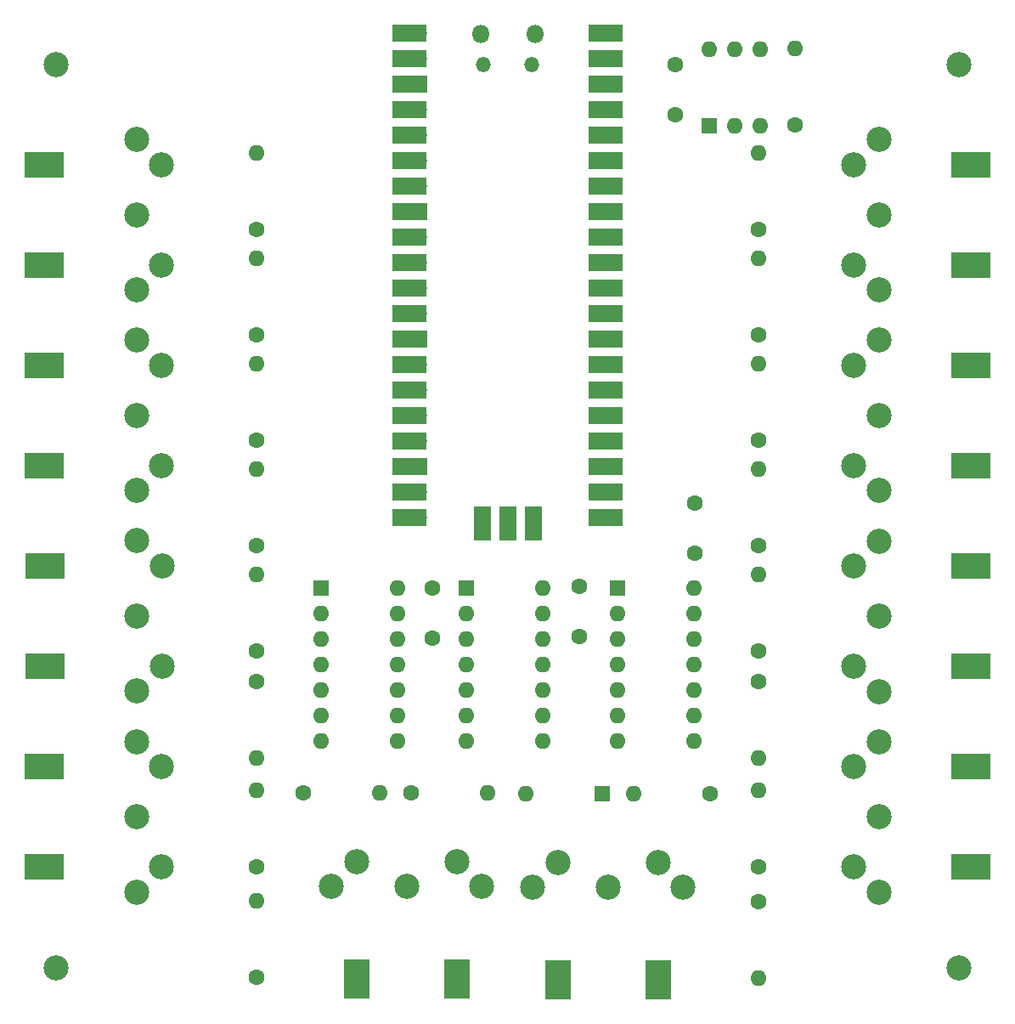
<source format=gbr>
%TF.GenerationSoftware,KiCad,Pcbnew,(6.0.5)*%
%TF.CreationDate,2022-08-29T14:43:18+01:00*%
%TF.ProjectId,PicoMIDISplitter,5069636f-4d49-4444-9953-706c69747465,rev?*%
%TF.SameCoordinates,Original*%
%TF.FileFunction,Soldermask,Top*%
%TF.FilePolarity,Negative*%
%FSLAX46Y46*%
G04 Gerber Fmt 4.6, Leading zero omitted, Abs format (unit mm)*
G04 Created by KiCad (PCBNEW (6.0.5)) date 2022-08-29 14:43:18*
%MOMM*%
%LPD*%
G01*
G04 APERTURE LIST*
%ADD10R,1.600000X1.600000*%
%ADD11O,1.600000X1.600000*%
%ADD12C,1.600000*%
%ADD13O,1.800000X1.800000*%
%ADD14O,1.500000X1.500000*%
%ADD15O,1.700000X1.700000*%
%ADD16R,3.500000X1.700000*%
%ADD17R,1.700000X1.700000*%
%ADD18R,1.700000X3.500000*%
%ADD19C,2.499360*%
%ADD20R,2.500000X4.000000*%
%ADD21C,2.500000*%
%ADD22R,4.000000X2.500000*%
G04 APERTURE END LIST*
D10*
%TO.C,U5*%
X120106200Y-51171000D03*
D11*
X122646200Y-51171000D03*
X125186200Y-51171000D03*
X125186200Y-43551000D03*
X122646200Y-43551000D03*
X120106200Y-43551000D03*
%TD*%
D12*
%TO.C,R20*%
X128625600Y-51079400D03*
D11*
X128625600Y-43459400D03*
%TD*%
D12*
%TO.C,R19*%
X120142000Y-117678200D03*
D11*
X112522000Y-117678200D03*
%TD*%
%TO.C,U3*%
X118526400Y-97200800D03*
X118526400Y-99740800D03*
X118526400Y-102280800D03*
X118526400Y-104820800D03*
X118526400Y-107360800D03*
X118526400Y-109900800D03*
X118526400Y-112440800D03*
X110906400Y-112440800D03*
X110906400Y-109900800D03*
X110906400Y-107360800D03*
X110906400Y-104820800D03*
X110906400Y-102280800D03*
X110906400Y-99740800D03*
D10*
X110906400Y-97200800D03*
%TD*%
%TO.C,U2*%
X95895000Y-97200800D03*
D11*
X95895000Y-99740800D03*
X95895000Y-102280800D03*
X95895000Y-104820800D03*
X95895000Y-107360800D03*
X95895000Y-109900800D03*
X95895000Y-112440800D03*
X103515000Y-112440800D03*
X103515000Y-109900800D03*
X103515000Y-107360800D03*
X103515000Y-104820800D03*
X103515000Y-102280800D03*
X103515000Y-99740800D03*
X103515000Y-97200800D03*
%TD*%
D10*
%TO.C,U1*%
X81391600Y-97200800D03*
D11*
X81391600Y-99740800D03*
X81391600Y-102280800D03*
X81391600Y-104820800D03*
X81391600Y-107360800D03*
X81391600Y-109900800D03*
X81391600Y-112440800D03*
X89011600Y-112440800D03*
X89011600Y-109900800D03*
X89011600Y-107360800D03*
X89011600Y-104820800D03*
X89011600Y-102280800D03*
X89011600Y-99740800D03*
X89011600Y-97200800D03*
%TD*%
D12*
%TO.C,R12*%
X125000000Y-125000000D03*
D11*
X125000000Y-117380000D03*
%TD*%
D12*
%TO.C,R11*%
X75000000Y-136000000D03*
D11*
X75000000Y-128380000D03*
%TD*%
D12*
%TO.C,R10*%
X90347800Y-117602000D03*
D11*
X97967800Y-117602000D03*
%TD*%
D12*
%TO.C,R6*%
X125000000Y-128400000D03*
D11*
X125000000Y-136020000D03*
%TD*%
D12*
%TO.C,R18*%
X125000000Y-61500000D03*
D11*
X125000000Y-53880000D03*
%TD*%
D12*
%TO.C,R17*%
X125000000Y-82500000D03*
D11*
X125000000Y-74880000D03*
%TD*%
D12*
%TO.C,R5*%
X75000000Y-125000000D03*
D11*
X75000000Y-117380000D03*
%TD*%
D12*
%TO.C,R4*%
X79654400Y-117576600D03*
D11*
X87274400Y-117576600D03*
%TD*%
D12*
%TO.C,R9*%
X75000000Y-93000000D03*
D11*
X75000000Y-85380000D03*
%TD*%
%TO.C,R8*%
X75000000Y-64380000D03*
D12*
X75000000Y-72000000D03*
%TD*%
%TO.C,R16*%
X125000000Y-103500000D03*
D11*
X125000000Y-95880000D03*
%TD*%
D12*
%TO.C,R15*%
X125000000Y-72000000D03*
D11*
X125000000Y-64380000D03*
%TD*%
D12*
%TO.C,R3*%
X75000000Y-82500000D03*
D11*
X75000000Y-74880000D03*
%TD*%
D12*
%TO.C,R2*%
X75000000Y-61500000D03*
D11*
X75000000Y-53880000D03*
%TD*%
D12*
%TO.C,R1*%
X75000000Y-103500000D03*
D11*
X75000000Y-95880000D03*
%TD*%
D12*
%TO.C,R7*%
X75000000Y-106500000D03*
D11*
X75000000Y-114120000D03*
%TD*%
D12*
%TO.C,R14*%
X125000000Y-93000000D03*
D11*
X125000000Y-85380000D03*
%TD*%
D12*
%TO.C,R13*%
X125000000Y-106500000D03*
D11*
X125000000Y-114120000D03*
%TD*%
D10*
%TO.C,D1*%
X109423200Y-117678200D03*
D11*
X101803200Y-117678200D03*
%TD*%
D12*
%TO.C,C2*%
X107111800Y-102017200D03*
X107111800Y-97017200D03*
%TD*%
%TO.C,C1*%
X92481400Y-97195000D03*
X92481400Y-102195000D03*
%TD*%
%TO.C,C3*%
X118668800Y-93711400D03*
X118668800Y-88711400D03*
%TD*%
%TO.C,C4*%
X116713000Y-44998000D03*
X116713000Y-49998000D03*
%TD*%
D13*
%TO.C,U4*%
X102725000Y-42000000D03*
X97275000Y-42000000D03*
D14*
X97575000Y-45030000D03*
X102425000Y-45030000D03*
D15*
X91110000Y-41870000D03*
D16*
X90210000Y-41870000D03*
D15*
X91110000Y-44410000D03*
D16*
X90210000Y-44410000D03*
X90210000Y-46950000D03*
D17*
X91110000Y-46950000D03*
D15*
X91110000Y-49490000D03*
D16*
X90210000Y-49490000D03*
D15*
X91110000Y-52030000D03*
D16*
X90210000Y-52030000D03*
D15*
X91110000Y-54570000D03*
D16*
X90210000Y-54570000D03*
X90210000Y-57110000D03*
D15*
X91110000Y-57110000D03*
D17*
X91110000Y-59650000D03*
D16*
X90210000Y-59650000D03*
X90210000Y-62190000D03*
D15*
X91110000Y-62190000D03*
X91110000Y-64730000D03*
D16*
X90210000Y-64730000D03*
X90210000Y-67270000D03*
D15*
X91110000Y-67270000D03*
X91110000Y-69810000D03*
D16*
X90210000Y-69810000D03*
D17*
X91110000Y-72350000D03*
D16*
X90210000Y-72350000D03*
X90210000Y-74890000D03*
D15*
X91110000Y-74890000D03*
X91110000Y-77430000D03*
D16*
X90210000Y-77430000D03*
X90210000Y-79970000D03*
D15*
X91110000Y-79970000D03*
D16*
X90210000Y-82510000D03*
D15*
X91110000Y-82510000D03*
D16*
X90210000Y-85050000D03*
D17*
X91110000Y-85050000D03*
D15*
X91110000Y-87590000D03*
D16*
X90210000Y-87590000D03*
X90210000Y-90130000D03*
D15*
X91110000Y-90130000D03*
D16*
X109790000Y-90130000D03*
D15*
X108890000Y-90130000D03*
D16*
X109790000Y-87590000D03*
D15*
X108890000Y-87590000D03*
D16*
X109790000Y-85050000D03*
D17*
X108890000Y-85050000D03*
D15*
X108890000Y-82510000D03*
D16*
X109790000Y-82510000D03*
X109790000Y-79970000D03*
D15*
X108890000Y-79970000D03*
D16*
X109790000Y-77430000D03*
D15*
X108890000Y-77430000D03*
X108890000Y-74890000D03*
D16*
X109790000Y-74890000D03*
D17*
X108890000Y-72350000D03*
D16*
X109790000Y-72350000D03*
D15*
X108890000Y-69810000D03*
D16*
X109790000Y-69810000D03*
X109790000Y-67270000D03*
D15*
X108890000Y-67270000D03*
X108890000Y-64730000D03*
D16*
X109790000Y-64730000D03*
D15*
X108890000Y-62190000D03*
D16*
X109790000Y-62190000D03*
X109790000Y-59650000D03*
D17*
X108890000Y-59650000D03*
D16*
X109790000Y-57110000D03*
D15*
X108890000Y-57110000D03*
D16*
X109790000Y-54570000D03*
D15*
X108890000Y-54570000D03*
X108890000Y-52030000D03*
D16*
X109790000Y-52030000D03*
X109790000Y-49490000D03*
D15*
X108890000Y-49490000D03*
D16*
X109790000Y-46950000D03*
D17*
X108890000Y-46950000D03*
D16*
X109790000Y-44410000D03*
D15*
X108890000Y-44410000D03*
X108890000Y-41870000D03*
D16*
X109790000Y-41870000D03*
D18*
X97460000Y-90800000D03*
D15*
X97460000Y-89900000D03*
D17*
X100000000Y-89900000D03*
D18*
X100000000Y-90800000D03*
D15*
X102540000Y-89900000D03*
D18*
X102540000Y-90800000D03*
%TD*%
D19*
%TO.C,J10*%
X102501920Y-127002800D03*
X114996180Y-124500900D03*
X110000000Y-127000260D03*
X117498080Y-127002800D03*
X105003820Y-124500900D03*
D20*
X115001260Y-136197700D03*
X104998740Y-136197700D03*
%TD*%
D21*
%TO.C,H1*%
X55000000Y-45000000D03*
%TD*%
D19*
%TO.C,J9*%
X137002800Y-67498080D03*
X134500900Y-55003820D03*
X137000260Y-60000000D03*
X137002800Y-52501920D03*
X134500900Y-64996180D03*
D22*
X146197700Y-54998740D03*
X146197700Y-65001260D03*
%TD*%
D19*
%TO.C,J8*%
X137002800Y-87498080D03*
X134500900Y-75003820D03*
X137000260Y-80000000D03*
X137002800Y-72501920D03*
X134500900Y-84996180D03*
D22*
X146197700Y-74998740D03*
X146197700Y-85001260D03*
%TD*%
D19*
%TO.C,J7*%
X137002800Y-107498080D03*
X134500900Y-95003820D03*
X137000260Y-100000000D03*
X137002800Y-92501920D03*
X134500900Y-104996180D03*
D22*
X146197700Y-94998740D03*
X146197700Y-105001260D03*
%TD*%
D20*
%TO.C,J4*%
X84914740Y-136144100D03*
X94917260Y-136144100D03*
D19*
X97414080Y-126949200D03*
X89916000Y-126946660D03*
X82417920Y-126949200D03*
X94912180Y-124447300D03*
X84919820Y-124447300D03*
%TD*%
D21*
%TO.C,H2*%
X55000000Y-135000000D03*
%TD*%
D22*
%TO.C,J2*%
X53802300Y-65001260D03*
X53802300Y-54998740D03*
D19*
X62997200Y-67498080D03*
X62999740Y-60000000D03*
X62997200Y-52501920D03*
X65499100Y-64996180D03*
X65499100Y-55003820D03*
%TD*%
D22*
%TO.C,J5*%
X53802300Y-114998740D03*
X53802300Y-125001260D03*
D19*
X62997200Y-127498080D03*
X62999740Y-120000000D03*
X62997200Y-112501920D03*
X65499100Y-124996180D03*
X65499100Y-115003820D03*
%TD*%
D22*
%TO.C,J3*%
X53802300Y-85001260D03*
X53802300Y-74998740D03*
D19*
X62997200Y-87498080D03*
X62999740Y-80000000D03*
X62997200Y-72501920D03*
X65499100Y-84996180D03*
X65499100Y-75003820D03*
%TD*%
D21*
%TO.C,H3*%
X145000000Y-45000000D03*
%TD*%
%TO.C,H4*%
X145000000Y-135000000D03*
%TD*%
D22*
%TO.C,J1*%
X53847900Y-104975660D03*
X53847900Y-94973140D03*
D19*
X63042800Y-107472480D03*
X63045340Y-99974400D03*
X63042800Y-92476320D03*
X65544700Y-104970580D03*
X65544700Y-94978220D03*
%TD*%
D22*
%TO.C,J6*%
X146197700Y-114998740D03*
X146197700Y-125001260D03*
D19*
X137002800Y-112501920D03*
X137000260Y-120000000D03*
X137002800Y-127498080D03*
X134500900Y-115003820D03*
X134500900Y-124996180D03*
%TD*%
M02*

</source>
